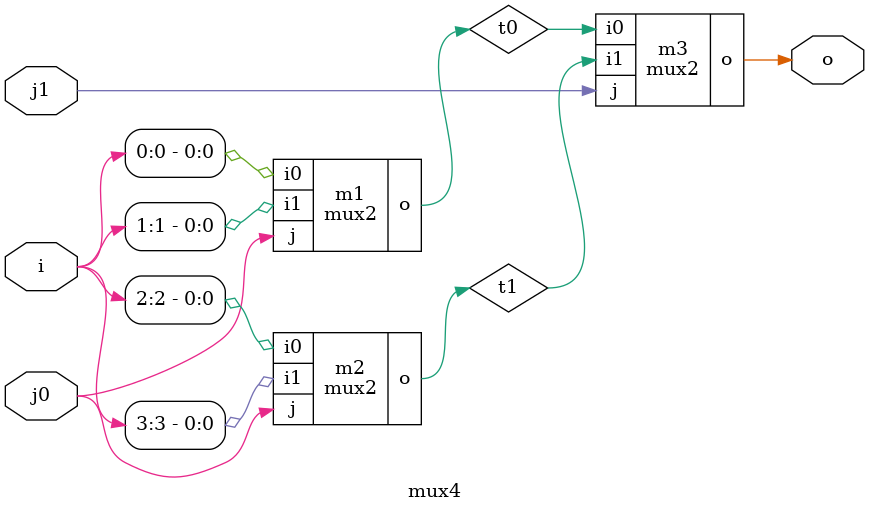
<source format=v>
module mux2 (input wire i0, i1, j, output wire o);
  assign o = (j==0)?i0:i1;
endmodule

module mux4 (input wire [0:3] i, input wire j1, j0, output wire o);
  wire  t0, t1;
  	mux2 m1(i[0],i[1],j0,t0);
	mux2 m2(i[2],i[3],j0,t1);
	mux2 m3(t0,t1,j1,o);
endmodule


</source>
